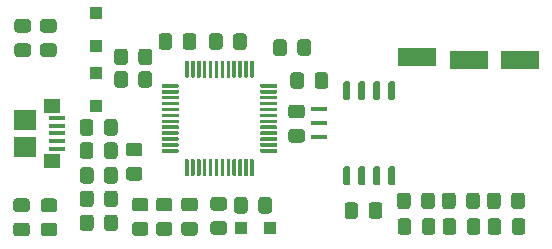
<source format=gbr>
%TF.GenerationSoftware,KiCad,Pcbnew,(5.1.6)-1*%
%TF.CreationDate,2020-10-01T22:55:38-05:00*%
%TF.ProjectId,VS1000SimpleBreakout,56533130-3030-4536-996d-706c65427265,rev?*%
%TF.SameCoordinates,Original*%
%TF.FileFunction,Paste,Top*%
%TF.FilePolarity,Positive*%
%FSLAX46Y46*%
G04 Gerber Fmt 4.6, Leading zero omitted, Abs format (unit mm)*
G04 Created by KiCad (PCBNEW (5.1.6)-1) date 2020-10-01 22:55:38*
%MOMM*%
%LPD*%
G01*
G04 APERTURE LIST*
%ADD10R,1.100000X1.100000*%
%ADD11R,1.000000X1.000000*%
%ADD12R,1.900000X1.750000*%
%ADD13R,1.400000X0.400000*%
%ADD14R,1.450000X1.150000*%
%ADD15R,3.200000X1.600000*%
G04 APERTURE END LIST*
%TO.C,C1*%
G36*
G01*
X145237000Y-71304999D02*
X145237000Y-72205001D01*
G75*
G02*
X144987001Y-72455000I-249999J0D01*
G01*
X144336999Y-72455000D01*
G75*
G02*
X144087000Y-72205001I0J249999D01*
G01*
X144087000Y-71304999D01*
G75*
G02*
X144336999Y-71055000I249999J0D01*
G01*
X144987001Y-71055000D01*
G75*
G02*
X145237000Y-71304999I0J-249999D01*
G01*
G37*
G36*
G01*
X143187000Y-71304999D02*
X143187000Y-72205001D01*
G75*
G02*
X142937001Y-72455000I-249999J0D01*
G01*
X142286999Y-72455000D01*
G75*
G02*
X142037000Y-72205001I0J249999D01*
G01*
X142037000Y-71304999D01*
G75*
G02*
X142286999Y-71055000I249999J0D01*
G01*
X142937001Y-71055000D01*
G75*
G02*
X143187000Y-71304999I0J-249999D01*
G01*
G37*
%TD*%
%TO.C,C2*%
G36*
G01*
X145897800Y-74376701D02*
X145897800Y-73476699D01*
G75*
G02*
X146147799Y-73226700I249999J0D01*
G01*
X146797801Y-73226700D01*
G75*
G02*
X147047800Y-73476699I0J-249999D01*
G01*
X147047800Y-74376701D01*
G75*
G02*
X146797801Y-74626700I-249999J0D01*
G01*
X146147799Y-74626700D01*
G75*
G02*
X145897800Y-74376701I0J249999D01*
G01*
G37*
G36*
G01*
X147947800Y-74376701D02*
X147947800Y-73476699D01*
G75*
G02*
X148197799Y-73226700I249999J0D01*
G01*
X148847801Y-73226700D01*
G75*
G02*
X149097800Y-73476699I0J-249999D01*
G01*
X149097800Y-74376701D01*
G75*
G02*
X148847801Y-74626700I-249999J0D01*
G01*
X148197799Y-74626700D01*
G75*
G02*
X147947800Y-74376701I0J249999D01*
G01*
G37*
%TD*%
%TO.C,C3*%
G36*
G01*
X150807000Y-71304999D02*
X150807000Y-72205001D01*
G75*
G02*
X150557001Y-72455000I-249999J0D01*
G01*
X149906999Y-72455000D01*
G75*
G02*
X149657000Y-72205001I0J249999D01*
G01*
X149657000Y-71304999D01*
G75*
G02*
X149906999Y-71055000I249999J0D01*
G01*
X150557001Y-71055000D01*
G75*
G02*
X150807000Y-71304999I0J-249999D01*
G01*
G37*
G36*
G01*
X152857000Y-71304999D02*
X152857000Y-72205001D01*
G75*
G02*
X152607001Y-72455000I-249999J0D01*
G01*
X151956999Y-72455000D01*
G75*
G02*
X151707000Y-72205001I0J249999D01*
G01*
X151707000Y-71304999D01*
G75*
G02*
X151956999Y-71055000I249999J0D01*
G01*
X152607001Y-71055000D01*
G75*
G02*
X152857000Y-71304999I0J-249999D01*
G01*
G37*
%TD*%
%TO.C,C4*%
G36*
G01*
X150857800Y-73476699D02*
X150857800Y-74376701D01*
G75*
G02*
X150607801Y-74626700I-249999J0D01*
G01*
X149957799Y-74626700D01*
G75*
G02*
X149707800Y-74376701I0J249999D01*
G01*
X149707800Y-73476699D01*
G75*
G02*
X149957799Y-73226700I249999J0D01*
G01*
X150607801Y-73226700D01*
G75*
G02*
X150857800Y-73476699I0J-249999D01*
G01*
G37*
G36*
G01*
X152907800Y-73476699D02*
X152907800Y-74376701D01*
G75*
G02*
X152657801Y-74626700I-249999J0D01*
G01*
X152007799Y-74626700D01*
G75*
G02*
X151757800Y-74376701I0J249999D01*
G01*
X151757800Y-73476699D01*
G75*
G02*
X152007799Y-73226700I249999J0D01*
G01*
X152657801Y-73226700D01*
G75*
G02*
X152907800Y-73476699I0J-249999D01*
G01*
G37*
%TD*%
%TO.C,C5*%
G36*
G01*
X122994000Y-57817599D02*
X122994000Y-58717601D01*
G75*
G02*
X122744001Y-58967600I-249999J0D01*
G01*
X122093999Y-58967600D01*
G75*
G02*
X121844000Y-58717601I0J249999D01*
G01*
X121844000Y-57817599D01*
G75*
G02*
X122093999Y-57567600I249999J0D01*
G01*
X122744001Y-57567600D01*
G75*
G02*
X122994000Y-57817599I0J-249999D01*
G01*
G37*
G36*
G01*
X125044000Y-57817599D02*
X125044000Y-58717601D01*
G75*
G02*
X124794001Y-58967600I-249999J0D01*
G01*
X124143999Y-58967600D01*
G75*
G02*
X123894000Y-58717601I0J249999D01*
G01*
X123894000Y-57817599D01*
G75*
G02*
X124143999Y-57567600I249999J0D01*
G01*
X124794001Y-57567600D01*
G75*
G02*
X125044000Y-57817599I0J-249999D01*
G01*
G37*
%TD*%
%TO.C,C6*%
G36*
G01*
X131555800Y-59225601D02*
X131555800Y-58325599D01*
G75*
G02*
X131805799Y-58075600I249999J0D01*
G01*
X132455801Y-58075600D01*
G75*
G02*
X132705800Y-58325599I0J-249999D01*
G01*
X132705800Y-59225601D01*
G75*
G02*
X132455801Y-59475600I-249999J0D01*
G01*
X131805799Y-59475600D01*
G75*
G02*
X131555800Y-59225601I0J249999D01*
G01*
G37*
G36*
G01*
X133605800Y-59225601D02*
X133605800Y-58325599D01*
G75*
G02*
X133855799Y-58075600I249999J0D01*
G01*
X134505801Y-58075600D01*
G75*
G02*
X134755800Y-58325599I0J-249999D01*
G01*
X134755800Y-59225601D01*
G75*
G02*
X134505801Y-59475600I-249999J0D01*
G01*
X133855799Y-59475600D01*
G75*
G02*
X133605800Y-59225601I0J249999D01*
G01*
G37*
%TD*%
%TO.C,C7*%
G36*
G01*
X120236401Y-67986600D02*
X119336399Y-67986600D01*
G75*
G02*
X119086400Y-67736601I0J249999D01*
G01*
X119086400Y-67086599D01*
G75*
G02*
X119336399Y-66836600I249999J0D01*
G01*
X120236401Y-66836600D01*
G75*
G02*
X120486400Y-67086599I0J-249999D01*
G01*
X120486400Y-67736601D01*
G75*
G02*
X120236401Y-67986600I-249999J0D01*
G01*
G37*
G36*
G01*
X120236401Y-70036600D02*
X119336399Y-70036600D01*
G75*
G02*
X119086400Y-69786601I0J249999D01*
G01*
X119086400Y-69136599D01*
G75*
G02*
X119336399Y-68886600I249999J0D01*
G01*
X120236401Y-68886600D01*
G75*
G02*
X120486400Y-69136599I0J-249999D01*
G01*
X120486400Y-69786601D01*
G75*
G02*
X120236401Y-70036600I-249999J0D01*
G01*
G37*
%TD*%
%TO.C,C8*%
G36*
G01*
X126111200Y-58717601D02*
X126111200Y-57817599D01*
G75*
G02*
X126361199Y-57567600I249999J0D01*
G01*
X127011201Y-57567600D01*
G75*
G02*
X127261200Y-57817599I0J-249999D01*
G01*
X127261200Y-58717601D01*
G75*
G02*
X127011201Y-58967600I-249999J0D01*
G01*
X126361199Y-58967600D01*
G75*
G02*
X126111200Y-58717601I0J249999D01*
G01*
G37*
G36*
G01*
X128161200Y-58717601D02*
X128161200Y-57817599D01*
G75*
G02*
X128411199Y-57567600I249999J0D01*
G01*
X129061201Y-57567600D01*
G75*
G02*
X129311200Y-57817599I0J-249999D01*
G01*
X129311200Y-58717601D01*
G75*
G02*
X129061201Y-58967600I-249999J0D01*
G01*
X128411199Y-58967600D01*
G75*
G02*
X128161200Y-58717601I0J249999D01*
G01*
G37*
%TD*%
%TO.C,C9*%
G36*
G01*
X134161000Y-61119599D02*
X134161000Y-62019601D01*
G75*
G02*
X133911001Y-62269600I-249999J0D01*
G01*
X133260999Y-62269600D01*
G75*
G02*
X133011000Y-62019601I0J249999D01*
G01*
X133011000Y-61119599D01*
G75*
G02*
X133260999Y-60869600I249999J0D01*
G01*
X133911001Y-60869600D01*
G75*
G02*
X134161000Y-61119599I0J-249999D01*
G01*
G37*
G36*
G01*
X136211000Y-61119599D02*
X136211000Y-62019601D01*
G75*
G02*
X135961001Y-62269600I-249999J0D01*
G01*
X135310999Y-62269600D01*
G75*
G02*
X135061000Y-62019601I0J249999D01*
G01*
X135061000Y-61119599D01*
G75*
G02*
X135310999Y-60869600I249999J0D01*
G01*
X135961001Y-60869600D01*
G75*
G02*
X136211000Y-61119599I0J-249999D01*
G01*
G37*
%TD*%
%TO.C,C10*%
G36*
G01*
X118097500Y-60013001D02*
X118097500Y-59112999D01*
G75*
G02*
X118347499Y-58863000I249999J0D01*
G01*
X118997501Y-58863000D01*
G75*
G02*
X119247500Y-59112999I0J-249999D01*
G01*
X119247500Y-60013001D01*
G75*
G02*
X118997501Y-60263000I-249999J0D01*
G01*
X118347499Y-60263000D01*
G75*
G02*
X118097500Y-60013001I0J249999D01*
G01*
G37*
G36*
G01*
X120147500Y-60013001D02*
X120147500Y-59112999D01*
G75*
G02*
X120397499Y-58863000I249999J0D01*
G01*
X121047501Y-58863000D01*
G75*
G02*
X121297500Y-59112999I0J-249999D01*
G01*
X121297500Y-60013001D01*
G75*
G02*
X121047501Y-60263000I-249999J0D01*
G01*
X120397499Y-60263000D01*
G75*
G02*
X120147500Y-60013001I0J249999D01*
G01*
G37*
%TD*%
%TO.C,D1*%
G36*
G01*
X110787601Y-59562800D02*
X109887599Y-59562800D01*
G75*
G02*
X109637600Y-59312801I0J249999D01*
G01*
X109637600Y-58662799D01*
G75*
G02*
X109887599Y-58412800I249999J0D01*
G01*
X110787601Y-58412800D01*
G75*
G02*
X111037600Y-58662799I0J-249999D01*
G01*
X111037600Y-59312801D01*
G75*
G02*
X110787601Y-59562800I-249999J0D01*
G01*
G37*
G36*
G01*
X110787601Y-57512800D02*
X109887599Y-57512800D01*
G75*
G02*
X109637600Y-57262801I0J249999D01*
G01*
X109637600Y-56612799D01*
G75*
G02*
X109887599Y-56362800I249999J0D01*
G01*
X110787601Y-56362800D01*
G75*
G02*
X111037600Y-56612799I0J-249999D01*
G01*
X111037600Y-57262801D01*
G75*
G02*
X110787601Y-57512800I-249999J0D01*
G01*
G37*
%TD*%
%TO.C,D2*%
G36*
G01*
X110686001Y-72702000D02*
X109785999Y-72702000D01*
G75*
G02*
X109536000Y-72452001I0J249999D01*
G01*
X109536000Y-71801999D01*
G75*
G02*
X109785999Y-71552000I249999J0D01*
G01*
X110686001Y-71552000D01*
G75*
G02*
X110936000Y-71801999I0J-249999D01*
G01*
X110936000Y-72452001D01*
G75*
G02*
X110686001Y-72702000I-249999J0D01*
G01*
G37*
G36*
G01*
X110686001Y-74752000D02*
X109785999Y-74752000D01*
G75*
G02*
X109536000Y-74502001I0J249999D01*
G01*
X109536000Y-73851999D01*
G75*
G02*
X109785999Y-73602000I249999J0D01*
G01*
X110686001Y-73602000D01*
G75*
G02*
X110936000Y-73851999I0J-249999D01*
G01*
X110936000Y-74502001D01*
G75*
G02*
X110686001Y-74752000I-249999J0D01*
G01*
G37*
%TD*%
D10*
%TO.C,D3*%
X116522500Y-60957000D03*
X116522500Y-63757000D03*
%TD*%
%TO.C,D4*%
X116522500Y-55813500D03*
X116522500Y-58613500D03*
%TD*%
D11*
%TO.C,D5*%
X128798000Y-74015600D03*
X131298000Y-74015600D03*
%TD*%
D12*
%TO.C,J3*%
X110560000Y-67165000D03*
D13*
X113210000Y-65390000D03*
X113210000Y-64740000D03*
X113210000Y-67340000D03*
X113210000Y-66690000D03*
X113210000Y-66040000D03*
D12*
X110560000Y-64915000D03*
D14*
X112790000Y-68360000D03*
X112790000Y-63720000D03*
%TD*%
%TO.C,R1*%
G36*
G01*
X112071999Y-58412800D02*
X112972001Y-58412800D01*
G75*
G02*
X113222000Y-58662799I0J-249999D01*
G01*
X113222000Y-59312801D01*
G75*
G02*
X112972001Y-59562800I-249999J0D01*
G01*
X112071999Y-59562800D01*
G75*
G02*
X111822000Y-59312801I0J249999D01*
G01*
X111822000Y-58662799D01*
G75*
G02*
X112071999Y-58412800I249999J0D01*
G01*
G37*
G36*
G01*
X112071999Y-56362800D02*
X112972001Y-56362800D01*
G75*
G02*
X113222000Y-56612799I0J-249999D01*
G01*
X113222000Y-57262801D01*
G75*
G02*
X112972001Y-57512800I-249999J0D01*
G01*
X112071999Y-57512800D01*
G75*
G02*
X111822000Y-57262801I0J249999D01*
G01*
X111822000Y-56612799D01*
G75*
G02*
X112071999Y-56362800I249999J0D01*
G01*
G37*
%TD*%
%TO.C,R2*%
G36*
G01*
X112122799Y-71552000D02*
X113022801Y-71552000D01*
G75*
G02*
X113272800Y-71801999I0J-249999D01*
G01*
X113272800Y-72452001D01*
G75*
G02*
X113022801Y-72702000I-249999J0D01*
G01*
X112122799Y-72702000D01*
G75*
G02*
X111872800Y-72452001I0J249999D01*
G01*
X111872800Y-71801999D01*
G75*
G02*
X112122799Y-71552000I249999J0D01*
G01*
G37*
G36*
G01*
X112122799Y-73602000D02*
X113022801Y-73602000D01*
G75*
G02*
X113272800Y-73851999I0J-249999D01*
G01*
X113272800Y-74502001D01*
G75*
G02*
X113022801Y-74752000I-249999J0D01*
G01*
X112122799Y-74752000D01*
G75*
G02*
X111872800Y-74502001I0J249999D01*
G01*
X111872800Y-73851999D01*
G75*
G02*
X112122799Y-73602000I249999J0D01*
G01*
G37*
%TD*%
%TO.C,R3*%
G36*
G01*
X145287800Y-73476699D02*
X145287800Y-74376701D01*
G75*
G02*
X145037801Y-74626700I-249999J0D01*
G01*
X144387799Y-74626700D01*
G75*
G02*
X144137800Y-74376701I0J249999D01*
G01*
X144137800Y-73476699D01*
G75*
G02*
X144387799Y-73226700I249999J0D01*
G01*
X145037801Y-73226700D01*
G75*
G02*
X145287800Y-73476699I0J-249999D01*
G01*
G37*
G36*
G01*
X143237800Y-73476699D02*
X143237800Y-74376701D01*
G75*
G02*
X142987801Y-74626700I-249999J0D01*
G01*
X142337799Y-74626700D01*
G75*
G02*
X142087800Y-74376701I0J249999D01*
G01*
X142087800Y-73476699D01*
G75*
G02*
X142337799Y-73226700I249999J0D01*
G01*
X142987801Y-73226700D01*
G75*
G02*
X143237800Y-73476699I0J-249999D01*
G01*
G37*
%TD*%
%TO.C,R4*%
G36*
G01*
X147897000Y-72205001D02*
X147897000Y-71304999D01*
G75*
G02*
X148146999Y-71055000I249999J0D01*
G01*
X148797001Y-71055000D01*
G75*
G02*
X149047000Y-71304999I0J-249999D01*
G01*
X149047000Y-72205001D01*
G75*
G02*
X148797001Y-72455000I-249999J0D01*
G01*
X148146999Y-72455000D01*
G75*
G02*
X147897000Y-72205001I0J249999D01*
G01*
G37*
G36*
G01*
X145847000Y-72205001D02*
X145847000Y-71304999D01*
G75*
G02*
X146096999Y-71055000I249999J0D01*
G01*
X146747001Y-71055000D01*
G75*
G02*
X146997000Y-71304999I0J-249999D01*
G01*
X146997000Y-72205001D01*
G75*
G02*
X146747001Y-72455000I-249999J0D01*
G01*
X146096999Y-72455000D01*
G75*
G02*
X145847000Y-72205001I0J249999D01*
G01*
G37*
%TD*%
%TO.C,R5*%
G36*
G01*
X137592000Y-73030501D02*
X137592000Y-72130499D01*
G75*
G02*
X137841999Y-71880500I249999J0D01*
G01*
X138492001Y-71880500D01*
G75*
G02*
X138742000Y-72130499I0J-249999D01*
G01*
X138742000Y-73030501D01*
G75*
G02*
X138492001Y-73280500I-249999J0D01*
G01*
X137841999Y-73280500D01*
G75*
G02*
X137592000Y-73030501I0J249999D01*
G01*
G37*
G36*
G01*
X139642000Y-73030501D02*
X139642000Y-72130499D01*
G75*
G02*
X139891999Y-71880500I249999J0D01*
G01*
X140542001Y-71880500D01*
G75*
G02*
X140792000Y-72130499I0J-249999D01*
G01*
X140792000Y-73030501D01*
G75*
G02*
X140542001Y-73280500I-249999J0D01*
G01*
X139891999Y-73280500D01*
G75*
G02*
X139642000Y-73030501I0J249999D01*
G01*
G37*
%TD*%
%TO.C,R6*%
G36*
G01*
X120744401Y-74701200D02*
X119844399Y-74701200D01*
G75*
G02*
X119594400Y-74451201I0J249999D01*
G01*
X119594400Y-73801199D01*
G75*
G02*
X119844399Y-73551200I249999J0D01*
G01*
X120744401Y-73551200D01*
G75*
G02*
X120994400Y-73801199I0J-249999D01*
G01*
X120994400Y-74451201D01*
G75*
G02*
X120744401Y-74701200I-249999J0D01*
G01*
G37*
G36*
G01*
X120744401Y-72651200D02*
X119844399Y-72651200D01*
G75*
G02*
X119594400Y-72401201I0J249999D01*
G01*
X119594400Y-71751199D01*
G75*
G02*
X119844399Y-71501200I249999J0D01*
G01*
X120744401Y-71501200D01*
G75*
G02*
X120994400Y-71751199I0J-249999D01*
G01*
X120994400Y-72401201D01*
G75*
G02*
X120744401Y-72651200I-249999J0D01*
G01*
G37*
%TD*%
%TO.C,R7*%
G36*
G01*
X133090499Y-65664500D02*
X133990501Y-65664500D01*
G75*
G02*
X134240500Y-65914499I0J-249999D01*
G01*
X134240500Y-66564501D01*
G75*
G02*
X133990501Y-66814500I-249999J0D01*
G01*
X133090499Y-66814500D01*
G75*
G02*
X132840500Y-66564501I0J249999D01*
G01*
X132840500Y-65914499D01*
G75*
G02*
X133090499Y-65664500I249999J0D01*
G01*
G37*
G36*
G01*
X133090499Y-63614500D02*
X133990501Y-63614500D01*
G75*
G02*
X134240500Y-63864499I0J-249999D01*
G01*
X134240500Y-64514501D01*
G75*
G02*
X133990501Y-64764500I-249999J0D01*
G01*
X133090499Y-64764500D01*
G75*
G02*
X132840500Y-64514501I0J249999D01*
G01*
X132840500Y-63864499D01*
G75*
G02*
X133090499Y-63614500I249999J0D01*
G01*
G37*
%TD*%
%TO.C,R8*%
G36*
G01*
X131444800Y-71685999D02*
X131444800Y-72586001D01*
G75*
G02*
X131194801Y-72836000I-249999J0D01*
G01*
X130544799Y-72836000D01*
G75*
G02*
X130294800Y-72586001I0J249999D01*
G01*
X130294800Y-71685999D01*
G75*
G02*
X130544799Y-71436000I249999J0D01*
G01*
X131194801Y-71436000D01*
G75*
G02*
X131444800Y-71685999I0J-249999D01*
G01*
G37*
G36*
G01*
X129394800Y-71685999D02*
X129394800Y-72586001D01*
G75*
G02*
X129144801Y-72836000I-249999J0D01*
G01*
X128494799Y-72836000D01*
G75*
G02*
X128244800Y-72586001I0J249999D01*
G01*
X128244800Y-71685999D01*
G75*
G02*
X128494799Y-71436000I249999J0D01*
G01*
X129144801Y-71436000D01*
G75*
G02*
X129394800Y-71685999I0J-249999D01*
G01*
G37*
%TD*%
%TO.C,R9*%
G36*
G01*
X120147500Y-61918001D02*
X120147500Y-61017999D01*
G75*
G02*
X120397499Y-60768000I249999J0D01*
G01*
X121047501Y-60768000D01*
G75*
G02*
X121297500Y-61017999I0J-249999D01*
G01*
X121297500Y-61918001D01*
G75*
G02*
X121047501Y-62168000I-249999J0D01*
G01*
X120397499Y-62168000D01*
G75*
G02*
X120147500Y-61918001I0J249999D01*
G01*
G37*
G36*
G01*
X118097500Y-61918001D02*
X118097500Y-61017999D01*
G75*
G02*
X118347499Y-60768000I249999J0D01*
G01*
X118997501Y-60768000D01*
G75*
G02*
X119247500Y-61017999I0J-249999D01*
G01*
X119247500Y-61918001D01*
G75*
G02*
X118997501Y-62168000I-249999J0D01*
G01*
X118347499Y-62168000D01*
G75*
G02*
X118097500Y-61918001I0J249999D01*
G01*
G37*
%TD*%
%TO.C,R10*%
G36*
G01*
X118376500Y-65081999D02*
X118376500Y-65982001D01*
G75*
G02*
X118126501Y-66232000I-249999J0D01*
G01*
X117476499Y-66232000D01*
G75*
G02*
X117226500Y-65982001I0J249999D01*
G01*
X117226500Y-65081999D01*
G75*
G02*
X117476499Y-64832000I249999J0D01*
G01*
X118126501Y-64832000D01*
G75*
G02*
X118376500Y-65081999I0J-249999D01*
G01*
G37*
G36*
G01*
X116326500Y-65081999D02*
X116326500Y-65982001D01*
G75*
G02*
X116076501Y-66232000I-249999J0D01*
G01*
X115426499Y-66232000D01*
G75*
G02*
X115176500Y-65982001I0J249999D01*
G01*
X115176500Y-65081999D01*
G75*
G02*
X115426499Y-64832000I249999J0D01*
G01*
X116076501Y-64832000D01*
G75*
G02*
X116326500Y-65081999I0J-249999D01*
G01*
G37*
%TD*%
%TO.C,R11*%
G36*
G01*
X116326500Y-67050499D02*
X116326500Y-67950501D01*
G75*
G02*
X116076501Y-68200500I-249999J0D01*
G01*
X115426499Y-68200500D01*
G75*
G02*
X115176500Y-67950501I0J249999D01*
G01*
X115176500Y-67050499D01*
G75*
G02*
X115426499Y-66800500I249999J0D01*
G01*
X116076501Y-66800500D01*
G75*
G02*
X116326500Y-67050499I0J-249999D01*
G01*
G37*
G36*
G01*
X118376500Y-67050499D02*
X118376500Y-67950501D01*
G75*
G02*
X118126501Y-68200500I-249999J0D01*
G01*
X117476499Y-68200500D01*
G75*
G02*
X117226500Y-67950501I0J249999D01*
G01*
X117226500Y-67050499D01*
G75*
G02*
X117476499Y-66800500I249999J0D01*
G01*
X118126501Y-66800500D01*
G75*
G02*
X118376500Y-67050499I0J-249999D01*
G01*
G37*
%TD*%
%TO.C,R12*%
G36*
G01*
X121876399Y-71501200D02*
X122776401Y-71501200D01*
G75*
G02*
X123026400Y-71751199I0J-249999D01*
G01*
X123026400Y-72401201D01*
G75*
G02*
X122776401Y-72651200I-249999J0D01*
G01*
X121876399Y-72651200D01*
G75*
G02*
X121626400Y-72401201I0J249999D01*
G01*
X121626400Y-71751199D01*
G75*
G02*
X121876399Y-71501200I249999J0D01*
G01*
G37*
G36*
G01*
X121876399Y-73551200D02*
X122776401Y-73551200D01*
G75*
G02*
X123026400Y-73801199I0J-249999D01*
G01*
X123026400Y-74451201D01*
G75*
G02*
X122776401Y-74701200I-249999J0D01*
G01*
X121876399Y-74701200D01*
G75*
G02*
X121626400Y-74451201I0J249999D01*
G01*
X121626400Y-73801199D01*
G75*
G02*
X121876399Y-73551200I249999J0D01*
G01*
G37*
%TD*%
%TO.C,R13*%
G36*
G01*
X124009999Y-73538500D02*
X124910001Y-73538500D01*
G75*
G02*
X125160000Y-73788499I0J-249999D01*
G01*
X125160000Y-74438501D01*
G75*
G02*
X124910001Y-74688500I-249999J0D01*
G01*
X124009999Y-74688500D01*
G75*
G02*
X123760000Y-74438501I0J249999D01*
G01*
X123760000Y-73788499D01*
G75*
G02*
X124009999Y-73538500I249999J0D01*
G01*
G37*
G36*
G01*
X124009999Y-71488500D02*
X124910001Y-71488500D01*
G75*
G02*
X125160000Y-71738499I0J-249999D01*
G01*
X125160000Y-72388501D01*
G75*
G02*
X124910001Y-72638500I-249999J0D01*
G01*
X124009999Y-72638500D01*
G75*
G02*
X123760000Y-72388501I0J249999D01*
G01*
X123760000Y-71738499D01*
G75*
G02*
X124009999Y-71488500I249999J0D01*
G01*
G37*
%TD*%
%TO.C,R14*%
G36*
G01*
X126486499Y-71425000D02*
X127386501Y-71425000D01*
G75*
G02*
X127636500Y-71674999I0J-249999D01*
G01*
X127636500Y-72325001D01*
G75*
G02*
X127386501Y-72575000I-249999J0D01*
G01*
X126486499Y-72575000D01*
G75*
G02*
X126236500Y-72325001I0J249999D01*
G01*
X126236500Y-71674999D01*
G75*
G02*
X126486499Y-71425000I249999J0D01*
G01*
G37*
G36*
G01*
X126486499Y-73475000D02*
X127386501Y-73475000D01*
G75*
G02*
X127636500Y-73724999I0J-249999D01*
G01*
X127636500Y-74375001D01*
G75*
G02*
X127386501Y-74625000I-249999J0D01*
G01*
X126486499Y-74625000D01*
G75*
G02*
X126236500Y-74375001I0J249999D01*
G01*
X126236500Y-73724999D01*
G75*
G02*
X126486499Y-73475000I249999J0D01*
G01*
G37*
%TD*%
%TO.C,R15*%
G36*
G01*
X117239200Y-72027201D02*
X117239200Y-71127199D01*
G75*
G02*
X117489199Y-70877200I249999J0D01*
G01*
X118139201Y-70877200D01*
G75*
G02*
X118389200Y-71127199I0J-249999D01*
G01*
X118389200Y-72027201D01*
G75*
G02*
X118139201Y-72277200I-249999J0D01*
G01*
X117489199Y-72277200D01*
G75*
G02*
X117239200Y-72027201I0J249999D01*
G01*
G37*
G36*
G01*
X115189200Y-72027201D02*
X115189200Y-71127199D01*
G75*
G02*
X115439199Y-70877200I249999J0D01*
G01*
X116089201Y-70877200D01*
G75*
G02*
X116339200Y-71127199I0J-249999D01*
G01*
X116339200Y-72027201D01*
G75*
G02*
X116089201Y-72277200I-249999J0D01*
G01*
X115439199Y-72277200D01*
G75*
G02*
X115189200Y-72027201I0J249999D01*
G01*
G37*
%TD*%
%TO.C,R16*%
G36*
G01*
X115189200Y-70046001D02*
X115189200Y-69145999D01*
G75*
G02*
X115439199Y-68896000I249999J0D01*
G01*
X116089201Y-68896000D01*
G75*
G02*
X116339200Y-69145999I0J-249999D01*
G01*
X116339200Y-70046001D01*
G75*
G02*
X116089201Y-70296000I-249999J0D01*
G01*
X115439199Y-70296000D01*
G75*
G02*
X115189200Y-70046001I0J249999D01*
G01*
G37*
G36*
G01*
X117239200Y-70046001D02*
X117239200Y-69145999D01*
G75*
G02*
X117489199Y-68896000I249999J0D01*
G01*
X118139201Y-68896000D01*
G75*
G02*
X118389200Y-69145999I0J-249999D01*
G01*
X118389200Y-70046001D01*
G75*
G02*
X118139201Y-70296000I-249999J0D01*
G01*
X117489199Y-70296000D01*
G75*
G02*
X117239200Y-70046001I0J249999D01*
G01*
G37*
%TD*%
%TO.C,R17*%
G36*
G01*
X115189200Y-74059201D02*
X115189200Y-73159199D01*
G75*
G02*
X115439199Y-72909200I249999J0D01*
G01*
X116089201Y-72909200D01*
G75*
G02*
X116339200Y-73159199I0J-249999D01*
G01*
X116339200Y-74059201D01*
G75*
G02*
X116089201Y-74309200I-249999J0D01*
G01*
X115439199Y-74309200D01*
G75*
G02*
X115189200Y-74059201I0J249999D01*
G01*
G37*
G36*
G01*
X117239200Y-74059201D02*
X117239200Y-73159199D01*
G75*
G02*
X117489199Y-72909200I249999J0D01*
G01*
X118139201Y-72909200D01*
G75*
G02*
X118389200Y-73159199I0J-249999D01*
G01*
X118389200Y-74059201D01*
G75*
G02*
X118139201Y-74309200I-249999J0D01*
G01*
X117489199Y-74309200D01*
G75*
G02*
X117239200Y-74059201I0J249999D01*
G01*
G37*
%TD*%
%TO.C,U1*%
G36*
G01*
X137945000Y-70440000D02*
X137645000Y-70440000D01*
G75*
G02*
X137495000Y-70290000I0J150000D01*
G01*
X137495000Y-68990000D01*
G75*
G02*
X137645000Y-68840000I150000J0D01*
G01*
X137945000Y-68840000D01*
G75*
G02*
X138095000Y-68990000I0J-150000D01*
G01*
X138095000Y-70290000D01*
G75*
G02*
X137945000Y-70440000I-150000J0D01*
G01*
G37*
G36*
G01*
X139215000Y-70440000D02*
X138915000Y-70440000D01*
G75*
G02*
X138765000Y-70290000I0J150000D01*
G01*
X138765000Y-68990000D01*
G75*
G02*
X138915000Y-68840000I150000J0D01*
G01*
X139215000Y-68840000D01*
G75*
G02*
X139365000Y-68990000I0J-150000D01*
G01*
X139365000Y-70290000D01*
G75*
G02*
X139215000Y-70440000I-150000J0D01*
G01*
G37*
G36*
G01*
X140485000Y-70440000D02*
X140185000Y-70440000D01*
G75*
G02*
X140035000Y-70290000I0J150000D01*
G01*
X140035000Y-68990000D01*
G75*
G02*
X140185000Y-68840000I150000J0D01*
G01*
X140485000Y-68840000D01*
G75*
G02*
X140635000Y-68990000I0J-150000D01*
G01*
X140635000Y-70290000D01*
G75*
G02*
X140485000Y-70440000I-150000J0D01*
G01*
G37*
G36*
G01*
X141755000Y-70440000D02*
X141455000Y-70440000D01*
G75*
G02*
X141305000Y-70290000I0J150000D01*
G01*
X141305000Y-68990000D01*
G75*
G02*
X141455000Y-68840000I150000J0D01*
G01*
X141755000Y-68840000D01*
G75*
G02*
X141905000Y-68990000I0J-150000D01*
G01*
X141905000Y-70290000D01*
G75*
G02*
X141755000Y-70440000I-150000J0D01*
G01*
G37*
G36*
G01*
X141755000Y-63240000D02*
X141455000Y-63240000D01*
G75*
G02*
X141305000Y-63090000I0J150000D01*
G01*
X141305000Y-61790000D01*
G75*
G02*
X141455000Y-61640000I150000J0D01*
G01*
X141755000Y-61640000D01*
G75*
G02*
X141905000Y-61790000I0J-150000D01*
G01*
X141905000Y-63090000D01*
G75*
G02*
X141755000Y-63240000I-150000J0D01*
G01*
G37*
G36*
G01*
X140485000Y-63240000D02*
X140185000Y-63240000D01*
G75*
G02*
X140035000Y-63090000I0J150000D01*
G01*
X140035000Y-61790000D01*
G75*
G02*
X140185000Y-61640000I150000J0D01*
G01*
X140485000Y-61640000D01*
G75*
G02*
X140635000Y-61790000I0J-150000D01*
G01*
X140635000Y-63090000D01*
G75*
G02*
X140485000Y-63240000I-150000J0D01*
G01*
G37*
G36*
G01*
X139215000Y-63240000D02*
X138915000Y-63240000D01*
G75*
G02*
X138765000Y-63090000I0J150000D01*
G01*
X138765000Y-61790000D01*
G75*
G02*
X138915000Y-61640000I150000J0D01*
G01*
X139215000Y-61640000D01*
G75*
G02*
X139365000Y-61790000I0J-150000D01*
G01*
X139365000Y-63090000D01*
G75*
G02*
X139215000Y-63240000I-150000J0D01*
G01*
G37*
G36*
G01*
X137945000Y-63240000D02*
X137645000Y-63240000D01*
G75*
G02*
X137495000Y-63090000I0J150000D01*
G01*
X137495000Y-61790000D01*
G75*
G02*
X137645000Y-61640000I150000J0D01*
G01*
X137945000Y-61640000D01*
G75*
G02*
X138095000Y-61790000I0J-150000D01*
G01*
X138095000Y-63090000D01*
G75*
G02*
X137945000Y-63240000I-150000J0D01*
G01*
G37*
%TD*%
%TO.C,U2*%
G36*
G01*
X122100000Y-62095000D02*
X122100000Y-61945000D01*
G75*
G02*
X122175000Y-61870000I75000J0D01*
G01*
X123500000Y-61870000D01*
G75*
G02*
X123575000Y-61945000I0J-75000D01*
G01*
X123575000Y-62095000D01*
G75*
G02*
X123500000Y-62170000I-75000J0D01*
G01*
X122175000Y-62170000D01*
G75*
G02*
X122100000Y-62095000I0J75000D01*
G01*
G37*
G36*
G01*
X122100000Y-62595000D02*
X122100000Y-62445000D01*
G75*
G02*
X122175000Y-62370000I75000J0D01*
G01*
X123500000Y-62370000D01*
G75*
G02*
X123575000Y-62445000I0J-75000D01*
G01*
X123575000Y-62595000D01*
G75*
G02*
X123500000Y-62670000I-75000J0D01*
G01*
X122175000Y-62670000D01*
G75*
G02*
X122100000Y-62595000I0J75000D01*
G01*
G37*
G36*
G01*
X122100000Y-63095000D02*
X122100000Y-62945000D01*
G75*
G02*
X122175000Y-62870000I75000J0D01*
G01*
X123500000Y-62870000D01*
G75*
G02*
X123575000Y-62945000I0J-75000D01*
G01*
X123575000Y-63095000D01*
G75*
G02*
X123500000Y-63170000I-75000J0D01*
G01*
X122175000Y-63170000D01*
G75*
G02*
X122100000Y-63095000I0J75000D01*
G01*
G37*
G36*
G01*
X122100000Y-63595000D02*
X122100000Y-63445000D01*
G75*
G02*
X122175000Y-63370000I75000J0D01*
G01*
X123500000Y-63370000D01*
G75*
G02*
X123575000Y-63445000I0J-75000D01*
G01*
X123575000Y-63595000D01*
G75*
G02*
X123500000Y-63670000I-75000J0D01*
G01*
X122175000Y-63670000D01*
G75*
G02*
X122100000Y-63595000I0J75000D01*
G01*
G37*
G36*
G01*
X122100000Y-64095000D02*
X122100000Y-63945000D01*
G75*
G02*
X122175000Y-63870000I75000J0D01*
G01*
X123500000Y-63870000D01*
G75*
G02*
X123575000Y-63945000I0J-75000D01*
G01*
X123575000Y-64095000D01*
G75*
G02*
X123500000Y-64170000I-75000J0D01*
G01*
X122175000Y-64170000D01*
G75*
G02*
X122100000Y-64095000I0J75000D01*
G01*
G37*
G36*
G01*
X122100000Y-64595000D02*
X122100000Y-64445000D01*
G75*
G02*
X122175000Y-64370000I75000J0D01*
G01*
X123500000Y-64370000D01*
G75*
G02*
X123575000Y-64445000I0J-75000D01*
G01*
X123575000Y-64595000D01*
G75*
G02*
X123500000Y-64670000I-75000J0D01*
G01*
X122175000Y-64670000D01*
G75*
G02*
X122100000Y-64595000I0J75000D01*
G01*
G37*
G36*
G01*
X122100000Y-65095000D02*
X122100000Y-64945000D01*
G75*
G02*
X122175000Y-64870000I75000J0D01*
G01*
X123500000Y-64870000D01*
G75*
G02*
X123575000Y-64945000I0J-75000D01*
G01*
X123575000Y-65095000D01*
G75*
G02*
X123500000Y-65170000I-75000J0D01*
G01*
X122175000Y-65170000D01*
G75*
G02*
X122100000Y-65095000I0J75000D01*
G01*
G37*
G36*
G01*
X122100000Y-65595000D02*
X122100000Y-65445000D01*
G75*
G02*
X122175000Y-65370000I75000J0D01*
G01*
X123500000Y-65370000D01*
G75*
G02*
X123575000Y-65445000I0J-75000D01*
G01*
X123575000Y-65595000D01*
G75*
G02*
X123500000Y-65670000I-75000J0D01*
G01*
X122175000Y-65670000D01*
G75*
G02*
X122100000Y-65595000I0J75000D01*
G01*
G37*
G36*
G01*
X122100000Y-66095000D02*
X122100000Y-65945000D01*
G75*
G02*
X122175000Y-65870000I75000J0D01*
G01*
X123500000Y-65870000D01*
G75*
G02*
X123575000Y-65945000I0J-75000D01*
G01*
X123575000Y-66095000D01*
G75*
G02*
X123500000Y-66170000I-75000J0D01*
G01*
X122175000Y-66170000D01*
G75*
G02*
X122100000Y-66095000I0J75000D01*
G01*
G37*
G36*
G01*
X122100000Y-66595000D02*
X122100000Y-66445000D01*
G75*
G02*
X122175000Y-66370000I75000J0D01*
G01*
X123500000Y-66370000D01*
G75*
G02*
X123575000Y-66445000I0J-75000D01*
G01*
X123575000Y-66595000D01*
G75*
G02*
X123500000Y-66670000I-75000J0D01*
G01*
X122175000Y-66670000D01*
G75*
G02*
X122100000Y-66595000I0J75000D01*
G01*
G37*
G36*
G01*
X122100000Y-67095000D02*
X122100000Y-66945000D01*
G75*
G02*
X122175000Y-66870000I75000J0D01*
G01*
X123500000Y-66870000D01*
G75*
G02*
X123575000Y-66945000I0J-75000D01*
G01*
X123575000Y-67095000D01*
G75*
G02*
X123500000Y-67170000I-75000J0D01*
G01*
X122175000Y-67170000D01*
G75*
G02*
X122100000Y-67095000I0J75000D01*
G01*
G37*
G36*
G01*
X122100000Y-67595000D02*
X122100000Y-67445000D01*
G75*
G02*
X122175000Y-67370000I75000J0D01*
G01*
X123500000Y-67370000D01*
G75*
G02*
X123575000Y-67445000I0J-75000D01*
G01*
X123575000Y-67595000D01*
G75*
G02*
X123500000Y-67670000I-75000J0D01*
G01*
X122175000Y-67670000D01*
G75*
G02*
X122100000Y-67595000I0J75000D01*
G01*
G37*
G36*
G01*
X124100000Y-69595000D02*
X124100000Y-68270000D01*
G75*
G02*
X124175000Y-68195000I75000J0D01*
G01*
X124325000Y-68195000D01*
G75*
G02*
X124400000Y-68270000I0J-75000D01*
G01*
X124400000Y-69595000D01*
G75*
G02*
X124325000Y-69670000I-75000J0D01*
G01*
X124175000Y-69670000D01*
G75*
G02*
X124100000Y-69595000I0J75000D01*
G01*
G37*
G36*
G01*
X124600000Y-69595000D02*
X124600000Y-68270000D01*
G75*
G02*
X124675000Y-68195000I75000J0D01*
G01*
X124825000Y-68195000D01*
G75*
G02*
X124900000Y-68270000I0J-75000D01*
G01*
X124900000Y-69595000D01*
G75*
G02*
X124825000Y-69670000I-75000J0D01*
G01*
X124675000Y-69670000D01*
G75*
G02*
X124600000Y-69595000I0J75000D01*
G01*
G37*
G36*
G01*
X125100000Y-69595000D02*
X125100000Y-68270000D01*
G75*
G02*
X125175000Y-68195000I75000J0D01*
G01*
X125325000Y-68195000D01*
G75*
G02*
X125400000Y-68270000I0J-75000D01*
G01*
X125400000Y-69595000D01*
G75*
G02*
X125325000Y-69670000I-75000J0D01*
G01*
X125175000Y-69670000D01*
G75*
G02*
X125100000Y-69595000I0J75000D01*
G01*
G37*
G36*
G01*
X125600000Y-69595000D02*
X125600000Y-68270000D01*
G75*
G02*
X125675000Y-68195000I75000J0D01*
G01*
X125825000Y-68195000D01*
G75*
G02*
X125900000Y-68270000I0J-75000D01*
G01*
X125900000Y-69595000D01*
G75*
G02*
X125825000Y-69670000I-75000J0D01*
G01*
X125675000Y-69670000D01*
G75*
G02*
X125600000Y-69595000I0J75000D01*
G01*
G37*
G36*
G01*
X126100000Y-69595000D02*
X126100000Y-68270000D01*
G75*
G02*
X126175000Y-68195000I75000J0D01*
G01*
X126325000Y-68195000D01*
G75*
G02*
X126400000Y-68270000I0J-75000D01*
G01*
X126400000Y-69595000D01*
G75*
G02*
X126325000Y-69670000I-75000J0D01*
G01*
X126175000Y-69670000D01*
G75*
G02*
X126100000Y-69595000I0J75000D01*
G01*
G37*
G36*
G01*
X126600000Y-69595000D02*
X126600000Y-68270000D01*
G75*
G02*
X126675000Y-68195000I75000J0D01*
G01*
X126825000Y-68195000D01*
G75*
G02*
X126900000Y-68270000I0J-75000D01*
G01*
X126900000Y-69595000D01*
G75*
G02*
X126825000Y-69670000I-75000J0D01*
G01*
X126675000Y-69670000D01*
G75*
G02*
X126600000Y-69595000I0J75000D01*
G01*
G37*
G36*
G01*
X127100000Y-69595000D02*
X127100000Y-68270000D01*
G75*
G02*
X127175000Y-68195000I75000J0D01*
G01*
X127325000Y-68195000D01*
G75*
G02*
X127400000Y-68270000I0J-75000D01*
G01*
X127400000Y-69595000D01*
G75*
G02*
X127325000Y-69670000I-75000J0D01*
G01*
X127175000Y-69670000D01*
G75*
G02*
X127100000Y-69595000I0J75000D01*
G01*
G37*
G36*
G01*
X127600000Y-69595000D02*
X127600000Y-68270000D01*
G75*
G02*
X127675000Y-68195000I75000J0D01*
G01*
X127825000Y-68195000D01*
G75*
G02*
X127900000Y-68270000I0J-75000D01*
G01*
X127900000Y-69595000D01*
G75*
G02*
X127825000Y-69670000I-75000J0D01*
G01*
X127675000Y-69670000D01*
G75*
G02*
X127600000Y-69595000I0J75000D01*
G01*
G37*
G36*
G01*
X128100000Y-69595000D02*
X128100000Y-68270000D01*
G75*
G02*
X128175000Y-68195000I75000J0D01*
G01*
X128325000Y-68195000D01*
G75*
G02*
X128400000Y-68270000I0J-75000D01*
G01*
X128400000Y-69595000D01*
G75*
G02*
X128325000Y-69670000I-75000J0D01*
G01*
X128175000Y-69670000D01*
G75*
G02*
X128100000Y-69595000I0J75000D01*
G01*
G37*
G36*
G01*
X128600000Y-69595000D02*
X128600000Y-68270000D01*
G75*
G02*
X128675000Y-68195000I75000J0D01*
G01*
X128825000Y-68195000D01*
G75*
G02*
X128900000Y-68270000I0J-75000D01*
G01*
X128900000Y-69595000D01*
G75*
G02*
X128825000Y-69670000I-75000J0D01*
G01*
X128675000Y-69670000D01*
G75*
G02*
X128600000Y-69595000I0J75000D01*
G01*
G37*
G36*
G01*
X129100000Y-69595000D02*
X129100000Y-68270000D01*
G75*
G02*
X129175000Y-68195000I75000J0D01*
G01*
X129325000Y-68195000D01*
G75*
G02*
X129400000Y-68270000I0J-75000D01*
G01*
X129400000Y-69595000D01*
G75*
G02*
X129325000Y-69670000I-75000J0D01*
G01*
X129175000Y-69670000D01*
G75*
G02*
X129100000Y-69595000I0J75000D01*
G01*
G37*
G36*
G01*
X129600000Y-69595000D02*
X129600000Y-68270000D01*
G75*
G02*
X129675000Y-68195000I75000J0D01*
G01*
X129825000Y-68195000D01*
G75*
G02*
X129900000Y-68270000I0J-75000D01*
G01*
X129900000Y-69595000D01*
G75*
G02*
X129825000Y-69670000I-75000J0D01*
G01*
X129675000Y-69670000D01*
G75*
G02*
X129600000Y-69595000I0J75000D01*
G01*
G37*
G36*
G01*
X130425000Y-67595000D02*
X130425000Y-67445000D01*
G75*
G02*
X130500000Y-67370000I75000J0D01*
G01*
X131825000Y-67370000D01*
G75*
G02*
X131900000Y-67445000I0J-75000D01*
G01*
X131900000Y-67595000D01*
G75*
G02*
X131825000Y-67670000I-75000J0D01*
G01*
X130500000Y-67670000D01*
G75*
G02*
X130425000Y-67595000I0J75000D01*
G01*
G37*
G36*
G01*
X130425000Y-67095000D02*
X130425000Y-66945000D01*
G75*
G02*
X130500000Y-66870000I75000J0D01*
G01*
X131825000Y-66870000D01*
G75*
G02*
X131900000Y-66945000I0J-75000D01*
G01*
X131900000Y-67095000D01*
G75*
G02*
X131825000Y-67170000I-75000J0D01*
G01*
X130500000Y-67170000D01*
G75*
G02*
X130425000Y-67095000I0J75000D01*
G01*
G37*
G36*
G01*
X130425000Y-66595000D02*
X130425000Y-66445000D01*
G75*
G02*
X130500000Y-66370000I75000J0D01*
G01*
X131825000Y-66370000D01*
G75*
G02*
X131900000Y-66445000I0J-75000D01*
G01*
X131900000Y-66595000D01*
G75*
G02*
X131825000Y-66670000I-75000J0D01*
G01*
X130500000Y-66670000D01*
G75*
G02*
X130425000Y-66595000I0J75000D01*
G01*
G37*
G36*
G01*
X130425000Y-66095000D02*
X130425000Y-65945000D01*
G75*
G02*
X130500000Y-65870000I75000J0D01*
G01*
X131825000Y-65870000D01*
G75*
G02*
X131900000Y-65945000I0J-75000D01*
G01*
X131900000Y-66095000D01*
G75*
G02*
X131825000Y-66170000I-75000J0D01*
G01*
X130500000Y-66170000D01*
G75*
G02*
X130425000Y-66095000I0J75000D01*
G01*
G37*
G36*
G01*
X130425000Y-65595000D02*
X130425000Y-65445000D01*
G75*
G02*
X130500000Y-65370000I75000J0D01*
G01*
X131825000Y-65370000D01*
G75*
G02*
X131900000Y-65445000I0J-75000D01*
G01*
X131900000Y-65595000D01*
G75*
G02*
X131825000Y-65670000I-75000J0D01*
G01*
X130500000Y-65670000D01*
G75*
G02*
X130425000Y-65595000I0J75000D01*
G01*
G37*
G36*
G01*
X130425000Y-65095000D02*
X130425000Y-64945000D01*
G75*
G02*
X130500000Y-64870000I75000J0D01*
G01*
X131825000Y-64870000D01*
G75*
G02*
X131900000Y-64945000I0J-75000D01*
G01*
X131900000Y-65095000D01*
G75*
G02*
X131825000Y-65170000I-75000J0D01*
G01*
X130500000Y-65170000D01*
G75*
G02*
X130425000Y-65095000I0J75000D01*
G01*
G37*
G36*
G01*
X130425000Y-64595000D02*
X130425000Y-64445000D01*
G75*
G02*
X130500000Y-64370000I75000J0D01*
G01*
X131825000Y-64370000D01*
G75*
G02*
X131900000Y-64445000I0J-75000D01*
G01*
X131900000Y-64595000D01*
G75*
G02*
X131825000Y-64670000I-75000J0D01*
G01*
X130500000Y-64670000D01*
G75*
G02*
X130425000Y-64595000I0J75000D01*
G01*
G37*
G36*
G01*
X130425000Y-64095000D02*
X130425000Y-63945000D01*
G75*
G02*
X130500000Y-63870000I75000J0D01*
G01*
X131825000Y-63870000D01*
G75*
G02*
X131900000Y-63945000I0J-75000D01*
G01*
X131900000Y-64095000D01*
G75*
G02*
X131825000Y-64170000I-75000J0D01*
G01*
X130500000Y-64170000D01*
G75*
G02*
X130425000Y-64095000I0J75000D01*
G01*
G37*
G36*
G01*
X130425000Y-63595000D02*
X130425000Y-63445000D01*
G75*
G02*
X130500000Y-63370000I75000J0D01*
G01*
X131825000Y-63370000D01*
G75*
G02*
X131900000Y-63445000I0J-75000D01*
G01*
X131900000Y-63595000D01*
G75*
G02*
X131825000Y-63670000I-75000J0D01*
G01*
X130500000Y-63670000D01*
G75*
G02*
X130425000Y-63595000I0J75000D01*
G01*
G37*
G36*
G01*
X130425000Y-63095000D02*
X130425000Y-62945000D01*
G75*
G02*
X130500000Y-62870000I75000J0D01*
G01*
X131825000Y-62870000D01*
G75*
G02*
X131900000Y-62945000I0J-75000D01*
G01*
X131900000Y-63095000D01*
G75*
G02*
X131825000Y-63170000I-75000J0D01*
G01*
X130500000Y-63170000D01*
G75*
G02*
X130425000Y-63095000I0J75000D01*
G01*
G37*
G36*
G01*
X130425000Y-62595000D02*
X130425000Y-62445000D01*
G75*
G02*
X130500000Y-62370000I75000J0D01*
G01*
X131825000Y-62370000D01*
G75*
G02*
X131900000Y-62445000I0J-75000D01*
G01*
X131900000Y-62595000D01*
G75*
G02*
X131825000Y-62670000I-75000J0D01*
G01*
X130500000Y-62670000D01*
G75*
G02*
X130425000Y-62595000I0J75000D01*
G01*
G37*
G36*
G01*
X130425000Y-62095000D02*
X130425000Y-61945000D01*
G75*
G02*
X130500000Y-61870000I75000J0D01*
G01*
X131825000Y-61870000D01*
G75*
G02*
X131900000Y-61945000I0J-75000D01*
G01*
X131900000Y-62095000D01*
G75*
G02*
X131825000Y-62170000I-75000J0D01*
G01*
X130500000Y-62170000D01*
G75*
G02*
X130425000Y-62095000I0J75000D01*
G01*
G37*
G36*
G01*
X129600000Y-61270000D02*
X129600000Y-59945000D01*
G75*
G02*
X129675000Y-59870000I75000J0D01*
G01*
X129825000Y-59870000D01*
G75*
G02*
X129900000Y-59945000I0J-75000D01*
G01*
X129900000Y-61270000D01*
G75*
G02*
X129825000Y-61345000I-75000J0D01*
G01*
X129675000Y-61345000D01*
G75*
G02*
X129600000Y-61270000I0J75000D01*
G01*
G37*
G36*
G01*
X129100000Y-61270000D02*
X129100000Y-59945000D01*
G75*
G02*
X129175000Y-59870000I75000J0D01*
G01*
X129325000Y-59870000D01*
G75*
G02*
X129400000Y-59945000I0J-75000D01*
G01*
X129400000Y-61270000D01*
G75*
G02*
X129325000Y-61345000I-75000J0D01*
G01*
X129175000Y-61345000D01*
G75*
G02*
X129100000Y-61270000I0J75000D01*
G01*
G37*
G36*
G01*
X128600000Y-61270000D02*
X128600000Y-59945000D01*
G75*
G02*
X128675000Y-59870000I75000J0D01*
G01*
X128825000Y-59870000D01*
G75*
G02*
X128900000Y-59945000I0J-75000D01*
G01*
X128900000Y-61270000D01*
G75*
G02*
X128825000Y-61345000I-75000J0D01*
G01*
X128675000Y-61345000D01*
G75*
G02*
X128600000Y-61270000I0J75000D01*
G01*
G37*
G36*
G01*
X128100000Y-61270000D02*
X128100000Y-59945000D01*
G75*
G02*
X128175000Y-59870000I75000J0D01*
G01*
X128325000Y-59870000D01*
G75*
G02*
X128400000Y-59945000I0J-75000D01*
G01*
X128400000Y-61270000D01*
G75*
G02*
X128325000Y-61345000I-75000J0D01*
G01*
X128175000Y-61345000D01*
G75*
G02*
X128100000Y-61270000I0J75000D01*
G01*
G37*
G36*
G01*
X127600000Y-61270000D02*
X127600000Y-59945000D01*
G75*
G02*
X127675000Y-59870000I75000J0D01*
G01*
X127825000Y-59870000D01*
G75*
G02*
X127900000Y-59945000I0J-75000D01*
G01*
X127900000Y-61270000D01*
G75*
G02*
X127825000Y-61345000I-75000J0D01*
G01*
X127675000Y-61345000D01*
G75*
G02*
X127600000Y-61270000I0J75000D01*
G01*
G37*
G36*
G01*
X127100000Y-61270000D02*
X127100000Y-59945000D01*
G75*
G02*
X127175000Y-59870000I75000J0D01*
G01*
X127325000Y-59870000D01*
G75*
G02*
X127400000Y-59945000I0J-75000D01*
G01*
X127400000Y-61270000D01*
G75*
G02*
X127325000Y-61345000I-75000J0D01*
G01*
X127175000Y-61345000D01*
G75*
G02*
X127100000Y-61270000I0J75000D01*
G01*
G37*
G36*
G01*
X126600000Y-61270000D02*
X126600000Y-59945000D01*
G75*
G02*
X126675000Y-59870000I75000J0D01*
G01*
X126825000Y-59870000D01*
G75*
G02*
X126900000Y-59945000I0J-75000D01*
G01*
X126900000Y-61270000D01*
G75*
G02*
X126825000Y-61345000I-75000J0D01*
G01*
X126675000Y-61345000D01*
G75*
G02*
X126600000Y-61270000I0J75000D01*
G01*
G37*
G36*
G01*
X126100000Y-61270000D02*
X126100000Y-59945000D01*
G75*
G02*
X126175000Y-59870000I75000J0D01*
G01*
X126325000Y-59870000D01*
G75*
G02*
X126400000Y-59945000I0J-75000D01*
G01*
X126400000Y-61270000D01*
G75*
G02*
X126325000Y-61345000I-75000J0D01*
G01*
X126175000Y-61345000D01*
G75*
G02*
X126100000Y-61270000I0J75000D01*
G01*
G37*
G36*
G01*
X125600000Y-61270000D02*
X125600000Y-59945000D01*
G75*
G02*
X125675000Y-59870000I75000J0D01*
G01*
X125825000Y-59870000D01*
G75*
G02*
X125900000Y-59945000I0J-75000D01*
G01*
X125900000Y-61270000D01*
G75*
G02*
X125825000Y-61345000I-75000J0D01*
G01*
X125675000Y-61345000D01*
G75*
G02*
X125600000Y-61270000I0J75000D01*
G01*
G37*
G36*
G01*
X125100000Y-61270000D02*
X125100000Y-59945000D01*
G75*
G02*
X125175000Y-59870000I75000J0D01*
G01*
X125325000Y-59870000D01*
G75*
G02*
X125400000Y-59945000I0J-75000D01*
G01*
X125400000Y-61270000D01*
G75*
G02*
X125325000Y-61345000I-75000J0D01*
G01*
X125175000Y-61345000D01*
G75*
G02*
X125100000Y-61270000I0J75000D01*
G01*
G37*
G36*
G01*
X124600000Y-61270000D02*
X124600000Y-59945000D01*
G75*
G02*
X124675000Y-59870000I75000J0D01*
G01*
X124825000Y-59870000D01*
G75*
G02*
X124900000Y-59945000I0J-75000D01*
G01*
X124900000Y-61270000D01*
G75*
G02*
X124825000Y-61345000I-75000J0D01*
G01*
X124675000Y-61345000D01*
G75*
G02*
X124600000Y-61270000I0J75000D01*
G01*
G37*
G36*
G01*
X124100000Y-61270000D02*
X124100000Y-59945000D01*
G75*
G02*
X124175000Y-59870000I75000J0D01*
G01*
X124325000Y-59870000D01*
G75*
G02*
X124400000Y-59945000I0J-75000D01*
G01*
X124400000Y-61270000D01*
G75*
G02*
X124325000Y-61345000I-75000J0D01*
G01*
X124175000Y-61345000D01*
G75*
G02*
X124100000Y-61270000I0J75000D01*
G01*
G37*
%TD*%
D13*
%TO.C,Y1*%
X135445500Y-66351000D03*
X135445500Y-65151000D03*
X135445500Y-63951000D03*
%TD*%
D15*
%TO.C,TPMOSI*%
X148132800Y-59791600D03*
%TD*%
%TO.C,TPSCK*%
X143764000Y-59588400D03*
%TD*%
%TO.C,TPMISO*%
X152450800Y-59842400D03*
%TD*%
M02*

</source>
